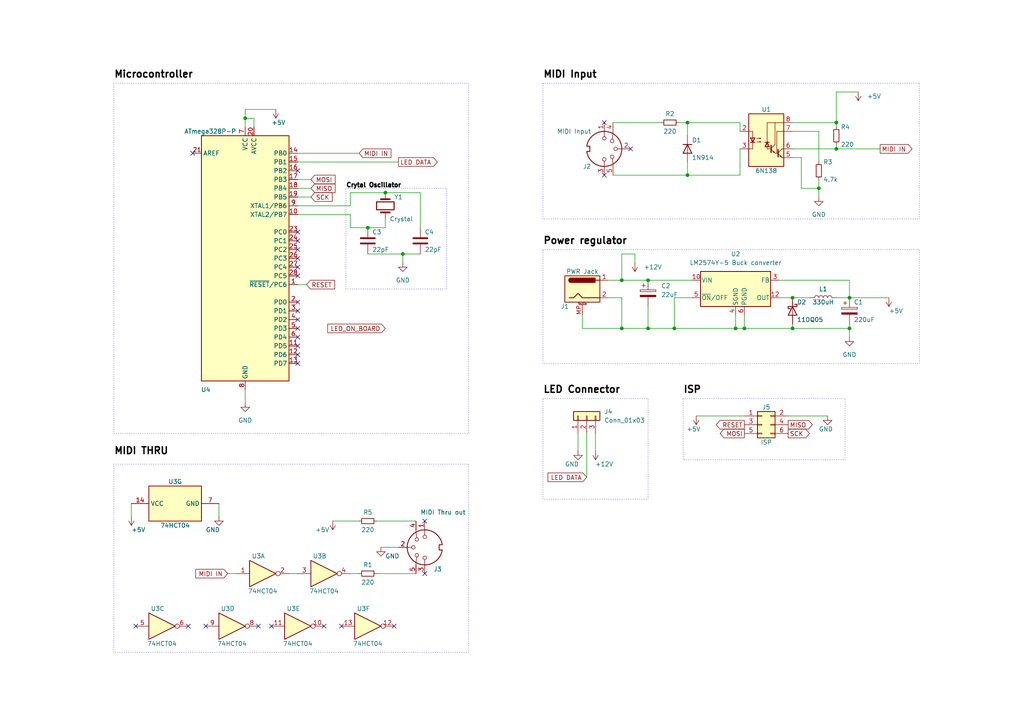
<source format=kicad_sch>
(kicad_sch (version 20230121) (generator eeschema)
  (paper "A4")
  (title_block (title "MIDI Visualiser") (date "2023-10-22") (rev "0.2") (comment 2 "Maksim Eremenko") (comment 3 "Vagarth Gaurav") (comment 4 "Authors:"))
  (lib_symbols
    (symbol "74xx:74HCT04"
      (property "Reference" "U" (at 0 1.27 0))
      (property "Value" "74HCT04" (at 0 -1.27 0))
      (symbol "74HCT04_1_0"
        (polyline (pts (xy -3.81 3.81) (xy -3.81 -3.81) (xy 3.81 0) (xy -3.81 3.81)) (stroke (width 0.254)) (fill (type background)))
        (pin input line (at -7.62 0 0) (length 3.81) (name "~") (number "1"))
        (pin output inverted (at 7.62 0 180) (length 3.81) (name "~") (number "2"))
      )
      (symbol "74HCT04_2_0"
        (polyline (pts (xy -3.81 3.81) (xy -3.81 -3.81) (xy 3.81 0) (xy -3.81 3.81)) (stroke (width 0.254)) (fill (type background)))
        (pin input line (at -7.62 0 0) (length 3.81) (name "~") (number "3"))
        (pin output inverted (at 7.62 0 180) (length 3.81) (name "~") (number "4"))
      )
      (symbol "74HCT04_3_0"
        (polyline (pts (xy -3.81 3.81) (xy -3.81 -3.81) (xy 3.81 0) (xy -3.81 3.81)) (stroke (width 0.254)) (fill (type background)))
        (pin input line (at -7.62 0 0) (length 3.81) (name "~") (number "5"))
        (pin output inverted (at 7.62 0 180) (length 3.81) (name "~") (number "6"))
      )
      (symbol "74HCT04_4_0"
        (polyline (pts (xy -3.81 3.81) (xy -3.81 -3.81) (xy 3.81 0) (xy -3.81 3.81)) (stroke (width 0.254)) (fill (type background)))
        (pin output inverted (at 7.62 0 180) (length 3.81) (name "~") (number "8"))
        (pin input line (at -7.62 0 0) (length 3.81) (name "~") (number "9"))
      )
      (symbol "74HCT04_5_0"
        (polyline (pts (xy -3.81 3.81) (xy -3.81 -3.81) (xy 3.81 0) (xy -3.81 3.81)) (stroke (width 0.254)) (fill (type background)))
        (pin output inverted (at 7.62 0 180) (length 3.81) (name "~") (number "10"))
        (pin input line (at -7.62 0 0) (length 3.81) (name "~") (number "11"))
      )
      (symbol "74HCT04_6_0"
        (polyline (pts (xy -3.81 3.81) (xy -3.81 -3.81) (xy 3.81 0) (xy -3.81 3.81)) (stroke (width 0.254)) (fill (type background)))
        (pin output inverted (at 7.62 0 180) (length 3.81) (name "~") (number "12"))
        (pin input line (at -7.62 0 0) (length 3.81) (name "~") (number "13"))
      )
      (symbol "74HCT04_7_0"
        (pin power_in line (at 0 12.7 270) (length 5.08) (name "VCC") (number "14"))
        (pin power_in line (at 0 -12.7 90) (length 5.08) (name "GND") (number "7"))
      )
      (symbol "74HCT04_7_1"
        (rectangle (start -5.08 7.62) (end 5.08 -7.62) (stroke (width 0.254)) (fill (type background)))
      )
    )
    (symbol "Connector:Barrel_Jack_MountingPin" (pin_names hide)
      (property "Reference" "J" (at 0 5.334 0))
      (property "Value" "Barrel_Jack_MountingPin" (at 1.27 -6.35 0))
      (symbol "Barrel_Jack_MountingPin_0_1"
        (rectangle (start -5.08 3.81) (end 5.08 -3.81) (stroke (width 0.254)) (fill (type background)))
        (arc (start -3.302 3.175) (mid -3.9343 2.54) (end -3.302 1.905) (stroke (width 0.254)))
        (arc (start -3.302 3.175) (mid -3.9343 2.54) (end -3.302 1.905) (stroke (width 0.254)) (fill (type outline)))
        (polyline (pts (xy 5.08 2.54) (xy 3.81 2.54)) (stroke (width 0.254)))
        (polyline (pts (xy -3.81 -2.54) (xy -2.54 -2.54) (xy -1.27 -1.27) (xy 0 -2.54) (xy 2.54 -2.54) (xy 5.08 -2.54)) (stroke (width 0.254)))
        (rectangle (start 3.683 3.175) (end -3.302 1.905) (stroke (width 0.254)) (fill (type outline)))
      )
      (symbol "Barrel_Jack_MountingPin_1_1"
        (polyline (pts (xy -1.016 -4.572) (xy 1.016 -4.572)) (stroke (width 0.1524)))
        (text "Mounting" (at 0 -4.191 0) (effects (font (size 0.381 0.381))))
        (pin passive line (at 7.62 2.54 180) (length 2.54) (name "~") (number "1"))
        (pin passive line (at 7.62 -2.54 180) (length 2.54) (name "~") (number "2"))
        (pin passive line (at 0 -7.62 90) (length 3.048) (name "MountPin") (number "MP"))
      )
    )
    (symbol "Connector:DIN-5_180degree" (pin_names (offset 1.016))
      (property "Reference" "J" (at 3.175 5.715 0))
      (property "Value" "DIN-5_180degree" (at 0 -6.35 0))
      (symbol "DIN-5_180degree_0_1"
        (arc (start -5.08 0) (mid -3.8609 -3.3364) (end -0.762 -5.08) (stroke (width 0.254)))
        (circle (center -3.048 0) (radius 0.508))
        (circle (center -2.286 2.286) (radius 0.508))
        (polyline (pts (xy -5.08 0) (xy -3.556 0)))
        (polyline (pts (xy 0 5.08) (xy 0 3.81)))
        (polyline (pts (xy 5.08 0) (xy 3.556 0)))
        (polyline (pts (xy -5.08 2.54) (xy -4.318 2.54) (xy -2.794 2.286)))
        (polyline (pts (xy 5.08 2.54) (xy 4.318 2.54) (xy 2.794 2.286)))
        (polyline (pts (xy -0.762 -4.953) (xy -0.762 -4.191) (xy 0.762 -4.191) (xy 0.762 -4.953)) (stroke (width 0.254)))
        (circle (center 0 3.302) (radius 0.508))
        (arc (start 0.762 -5.08) (mid 3.8685 -3.343) (end 5.08 0) (stroke (width 0.254)))
        (circle (center 2.286 2.286) (radius 0.508))
        (circle (center 3.048 0) (radius 0.508))
        (arc (start 5.08 0) (mid 0 5.0579) (end -5.08 0) (stroke (width 0.254)))
      )
      (symbol "DIN-5_180degree_1_1"
        (pin passive line (at -7.62 0 0) (length 2.54) (name "~") (number "1"))
        (pin passive line (at 0 7.62 270) (length 2.54) (name "~") (number "2"))
        (pin passive line (at 7.62 0 180) (length 2.54) (name "~") (number "3"))
        (pin passive line (at -7.62 2.54 0) (length 2.54) (name "~") (number "4"))
        (pin passive line (at 7.62 2.54 180) (length 2.54) (name "~") (number "5"))
      )
    )
    (symbol "Connector_Generic:Conn_01x03" (pin_names (offset 1.016) hide)
      (property "Reference" "J" (at 0 5.08 0))
      (property "Value" "Conn_01x03" (at 0 -5.08 0))
      (symbol "Conn_01x03_1_1"
        (rectangle (start -1.27 -2.413) (end 0 -2.667) (stroke (width 0.1524)))
        (rectangle (start -1.27 0.127) (end 0 -0.127) (stroke (width 0.1524)))
        (rectangle (start -1.27 2.667) (end 0 2.413) (stroke (width 0.1524)))
        (rectangle (start -1.27 3.81) (end 1.27 -3.81) (stroke (width 0.254)) (fill (type background)))
        (pin passive line (at -5.08 2.54 0) (length 3.81) (name "Pin_1") (number "1"))
        (pin passive line (at -5.08 0 0) (length 3.81) (name "Pin_2") (number "2"))
        (pin passive line (at -5.08 -2.54 0) (length 3.81) (name "Pin_3") (number "3"))
      )
    )
    (symbol "Connector_Generic:Conn_02x03_Odd_Even" (pin_names (offset 1.016) hide)
      (property "Reference" "J" (at 1.27 5.08 0))
      (property "Value" "Conn_02x03_Odd_Even" (at 1.27 -5.08 0))
      (symbol "Conn_02x03_Odd_Even_1_1"
        (rectangle (start -1.27 -2.413) (end 0 -2.667) (stroke (width 0.1524)))
        (rectangle (start -1.27 0.127) (end 0 -0.127) (stroke (width 0.1524)))
        (rectangle (start -1.27 2.667) (end 0 2.413) (stroke (width 0.1524)))
        (rectangle (start -1.27 3.81) (end 3.81 -3.81) (stroke (width 0.254)) (fill (type background)))
        (rectangle (start 3.81 -2.413) (end 2.54 -2.667) (stroke (width 0.1524)))
        (rectangle (start 3.81 0.127) (end 2.54 -0.127) (stroke (width 0.1524)))
        (rectangle (start 3.81 2.667) (end 2.54 2.413) (stroke (width 0.1524)))
        (pin passive line (at -5.08 2.54 0) (length 3.81) (name "Pin_1") (number "1"))
        (pin passive line (at 7.62 2.54 180) (length 3.81) (name "Pin_2") (number "2"))
        (pin passive line (at -5.08 0 0) (length 3.81) (name "Pin_3") (number "3"))
        (pin passive line (at 7.62 0 180) (length 3.81) (name "Pin_4") (number "4"))
        (pin passive line (at -5.08 -2.54 0) (length 3.81) (name "Pin_5") (number "5"))
        (pin passive line (at 7.62 -2.54 180) (length 3.81) (name "Pin_6") (number "6"))
      )
    )
    (symbol "Device:C" (pin_numbers hide) (pin_names (offset 0.254))
      (property "Reference" "C" (at 0.635 2.54 0))
      (property "Value" "C" (at 0.635 -2.54 0))
      (symbol "C_0_1"
        (polyline (pts (xy -2.032 -0.762) (xy 2.032 -0.762)) (stroke (width 0.508)))
        (polyline (pts (xy -2.032 0.762) (xy 2.032 0.762)) (stroke (width 0.508)))
      )
      (symbol "C_1_1"
        (pin passive line (at 0 3.81 270) (length 2.794) (name "~") (number "1"))
        (pin passive line (at 0 -3.81 90) (length 2.794) (name "~") (number "2"))
      )
    )
    (symbol "Device:C_Polarized" (pin_numbers hide) (pin_names (offset 0.254))
      (property "Reference" "C" (at 0.635 2.54 0))
      (property "Value" "C_Polarized" (at 0.635 -2.54 0))
      (symbol "C_Polarized_0_1"
        (rectangle (start -2.286 0.508) (end 2.286 1.016))
        (polyline (pts (xy -1.778 2.286) (xy -0.762 2.286)))
        (polyline (pts (xy -1.27 2.794) (xy -1.27 1.778)))
        (rectangle (start 2.286 -0.508) (end -2.286 -1.016) (fill (type outline)))
      )
      (symbol "C_Polarized_1_1"
        (pin passive line (at 0 3.81 270) (length 2.794) (name "~") (number "1"))
        (pin passive line (at 0 -3.81 90) (length 2.794) (name "~") (number "2"))
      )
    )
    (symbol "Device:Crystal" (pin_numbers hide) (pin_names (offset 1.016) hide)
      (property "Reference" "Y" (at 0 3.81 0))
      (property "Value" "Crystal" (at 0 -3.81 0))
      (symbol "Crystal_0_1"
        (rectangle (start -1.143 2.54) (end 1.143 -2.54) (stroke (width 0.3048)))
        (polyline (pts (xy -2.54 0) (xy -1.905 0)))
        (polyline (pts (xy -1.905 -1.27) (xy -1.905 1.27)) (stroke (width 0.508)))
        (polyline (pts (xy 1.905 -1.27) (xy 1.905 1.27)) (stroke (width 0.508)))
        (polyline (pts (xy 2.54 0) (xy 1.905 0)))
      )
      (symbol "Crystal_1_1"
        (pin passive line (at -3.81 0 0) (length 1.27) (name "1") (number "1"))
        (pin passive line (at 3.81 0 180) (length 1.27) (name "2") (number "2"))
      )
    )
    (symbol "Device:D_Schottky" (pin_numbers hide) (pin_names (offset 1.016) hide)
      (property "Reference" "D" (at 0 2.54 0))
      (property "Value" "D_Schottky" (at 0 -2.54 0))
      (symbol "D_Schottky_0_1"
        (polyline (pts (xy 1.27 0) (xy -1.27 0)))
        (polyline (pts (xy 1.27 1.27) (xy 1.27 -1.27) (xy -1.27 0) (xy 1.27 1.27)) (stroke (width 0.254)))
        (polyline (pts (xy -1.905 0.635) (xy -1.905 1.27) (xy -1.27 1.27) (xy -1.27 -1.27) (xy -0.635 -1.27) (xy -0.635 -0.635)) (stroke (width 0.254)))
      )
      (symbol "D_Schottky_1_1"
        (pin passive line (at -3.81 0 0) (length 2.54) (name "K") (number "1"))
        (pin passive line (at 3.81 0 180) (length 2.54) (name "A") (number "2"))
      )
    )
    (symbol "Device:L" (pin_numbers hide) (pin_names (offset 1.016) hide)
      (property "Reference" "L" (at -1.27 0 90))
      (property "Value" "L" (at 1.905 0 90))
      (symbol "L_0_1"
        (arc (start 0 -2.54) (mid 0.6323 -1.905) (end 0 -1.27))
        (arc (start 0 -1.27) (mid 0.6323 -0.635) (end 0 0))
        (arc (start 0 0) (mid 0.6323 0.635) (end 0 1.27))
        (arc (start 0 1.27) (mid 0.6323 1.905) (end 0 2.54))
      )
      (symbol "L_1_1"
        (pin passive line (at 0 3.81 270) (length 1.27) (name "1") (number "1"))
        (pin passive line (at 0 -3.81 90) (length 1.27) (name "2") (number "2"))
      )
    )
    (symbol "Device:R_Small" (pin_numbers hide) (pin_names (offset 0.254) hide)
      (property "Reference" "R" (at 0.762 0.508 0))
      (property "Value" "R_Small" (at 0.762 -1.016 0))
      (symbol "R_Small_0_1"
        (rectangle (start -0.762 1.778) (end 0.762 -1.778) (stroke (width 0.2032)))
      )
      (symbol "R_Small_1_1"
        (pin passive line (at 0 2.54 270) (length 0.762) (name "~") (number "1"))
        (pin passive line (at 0 -2.54 90) (length 0.762) (name "~") (number "2"))
      )
    )
    (symbol "Diode:1N914" (pin_numbers hide) (pin_names hide)
      (property "Reference" "D" (at 0 2.54 0))
      (property "Value" "1N914" (at 0 -2.54 0))
      (symbol "1N914_0_1"
        (polyline (pts (xy -1.27 1.27) (xy -1.27 -1.27)) (stroke (width 0.254)))
        (polyline (pts (xy 1.27 0) (xy -1.27 0)))
        (polyline (pts (xy 1.27 1.27) (xy 1.27 -1.27) (xy -1.27 0) (xy 1.27 1.27)) (stroke (width 0.254)))
      )
      (symbol "1N914_1_1"
        (pin passive line (at -3.81 0 0) (length 2.54) (name "K") (number "1"))
        (pin passive line (at 3.81 0 180) (length 2.54) (name "A") (number "2"))
      )
    )
    (symbol "Isolator:6N138" (pin_names (offset 1.016) hide)
      (property "Reference" "U" (at -4.064 8.89 0))
      (property "Value" "6N138" (at 2.286 8.89 0))
      (symbol "6N138_0_1"
        (rectangle (start -5.08 7.62) (end 5.08 -7.62) (stroke (width 0.254)) (fill (type background)))
        (polyline (pts (xy -4.572 -0.635) (xy -3.302 -0.635)) (stroke (width 0.254)))
        (polyline (pts (xy 0.889 -0.635) (xy -0.381 -0.635)) (stroke (width 0.254)))
        (polyline (pts (xy 1.397 -2.667) (xy 2.54 -3.81)))
        (polyline (pts (xy 1.397 -2.413) (xy 2.54 -1.27)))
        (polyline (pts (xy 2.54 -3.81) (xy 3.175 -3.81)))
        (polyline (pts (xy 3.429 -3.937) (xy 4.572 -5.08)))
        (polyline (pts (xy 3.429 -3.683) (xy 4.572 -2.54)))
        (polyline (pts (xy 4.572 -5.08) (xy 5.08 -5.08)))
        (polyline (pts (xy 4.572 -2.54) (xy 5.08 -2.54)))
        (polyline (pts (xy 1.397 -1.524) (xy 1.397 -3.556) (xy 1.397 -3.556)) (stroke (width 0.3556)))
        (polyline (pts (xy 2.54 -1.27) (xy 2.54 5.08) (xy 5.08 5.08)))
        (polyline (pts (xy 3.429 -2.794) (xy 3.429 -4.826) (xy 3.429 -4.826)) (stroke (width 0.3556)))
        (polyline (pts (xy 5.08 2.54) (xy 3.048 2.54) (xy 3.048 -3.81)))
        (polyline (pts (xy -5.08 -2.54) (xy -3.937 -2.54) (xy -3.937 2.54) (xy -5.08 2.54)))
        (polyline (pts (xy -3.937 -0.635) (xy -4.572 0.635) (xy -3.302 0.635) (xy -3.937 -0.635)) (stroke (width 0.254)))
        (polyline (pts (xy 0.254 -0.635) (xy 0.889 -1.905) (xy -0.381 -1.905) (xy 0.254 -0.635)) (stroke (width 0.254)))
        (polyline (pts (xy 1.27 -2.54) (xy 0.254 -2.54) (xy 0.254 5.08) (xy 2.54 5.08)))
        (polyline (pts (xy 2.413 -3.683) (xy 2.159 -3.175) (xy 1.905 -3.429) (xy 2.413 -3.683)))
        (polyline (pts (xy 4.445 -4.953) (xy 4.191 -4.445) (xy 3.937 -4.699) (xy 4.445 -4.953)))
        (polyline (pts (xy -2.794 -0.508) (xy -1.524 -0.508) (xy -1.905 -0.635) (xy -1.905 -0.381) (xy -1.524 -0.508)))
        (polyline (pts (xy -2.794 0.508) (xy -1.524 0.508) (xy -1.905 0.381) (xy -1.905 0.635) (xy -1.524 0.508)))
      )
      (symbol "6N138_1_1"
        (pin no_connect line (at -5.08 5.08 0) (length 2.54) hide (name "NC") (number "1"))
        (pin passive line (at -7.62 2.54 0) (length 2.54) (name "C1") (number "2"))
        (pin passive line (at -7.62 -2.54 0) (length 2.54) (name "C2") (number "3"))
        (pin no_connect line (at -5.08 -5.08 0) (length 2.54) hide (name "NC") (number "4"))
        (pin passive line (at 7.62 -5.08 180) (length 2.54) (name "GND") (number "5"))
        (pin passive line (at 7.62 -2.54 180) (length 2.54) (name "VO2") (number "6"))
        (pin passive line (at 7.62 2.54 180) (length 2.54) (name "VO1") (number "7"))
        (pin passive line (at 7.62 5.08 180) (length 2.54) (name "VCC") (number "8"))
      )
    )
    (symbol "LED:WS2812B" (pin_names (offset 0.254))
      (property "Reference" "D" (at 5.08 5.715 0))
      (property "Value" "WS2812B" (at 1.27 -5.715 0))
      (symbol "WS2812B_0_0"
        (text "RGB" (at 2.286 -4.191 0) (effects (font (size 0.762 0.762))))
      )
      (symbol "WS2812B_0_1"
        (polyline (pts (xy 1.27 -3.556) (xy 1.778 -3.556)))
        (polyline (pts (xy 1.27 -2.54) (xy 1.778 -2.54)))
        (polyline (pts (xy 4.699 -3.556) (xy 2.667 -3.556)))
        (polyline (pts (xy 2.286 -2.54) (xy 1.27 -3.556) (xy 1.27 -3.048)))
        (polyline (pts (xy 2.286 -1.524) (xy 1.27 -2.54) (xy 1.27 -2.032)))
        (polyline (pts (xy 3.683 -1.016) (xy 3.683 -3.556) (xy 3.683 -4.064)))
        (polyline (pts (xy 4.699 -1.524) (xy 2.667 -1.524) (xy 3.683 -3.556) (xy 4.699 -1.524)))
        (rectangle (start 5.08 5.08) (end -5.08 -5.08) (stroke (width 0.254)) (fill (type background)))
      )
      (symbol "WS2812B_1_1"
        (pin power_in line (at 0 7.62 270) (length 2.54) (name "VDD") (number "1"))
        (pin output line (at 7.62 0 180) (length 2.54) (name "DOUT") (number "2"))
        (pin power_in line (at 0 -7.62 90) (length 2.54) (name "VSS") (number "3"))
        (pin input line (at -7.62 0 0) (length 2.54) (name "DIN") (number "4"))
      )
    )
    (symbol "MCU_Microchip_ATmega:ATmega328P-P"
      (property "Reference" "U" (at -12.7 36.83 0))
      (property "Value" "ATmega328P-P" (at 2.54 -36.83 0))
      (symbol "ATmega328P-P_0_1"
        (rectangle (start -12.7 -35.56) (end 12.7 35.56) (stroke (width 0.254)) (fill (type background)))
      )
      (symbol "ATmega328P-P_1_1"
        (pin bidirectional line (at 15.24 -7.62 180) (length 2.54) (name "~{RESET}/PC6") (number "1"))
        (pin bidirectional line (at 15.24 12.7 180) (length 2.54) (name "XTAL2/PB7") (number "10"))
        (pin bidirectional line (at 15.24 -25.4 180) (length 2.54) (name "PD5") (number "11"))
        (pin bidirectional line (at 15.24 -27.94 180) (length 2.54) (name "PD6") (number "12"))
        (pin bidirectional line (at 15.24 -30.48 180) (length 2.54) (name "PD7") (number "13"))
        (pin bidirectional line (at 15.24 30.48 180) (length 2.54) (name "PB0") (number "14"))
        (pin bidirectional line (at 15.24 27.94 180) (length 2.54) (name "PB1") (number "15"))
        (pin bidirectional line (at 15.24 25.4 180) (length 2.54) (name "PB2") (number "16"))
        (pin bidirectional line (at 15.24 22.86 180) (length 2.54) (name "PB3") (number "17"))
        (pin bidirectional line (at 15.24 20.32 180) (length 2.54) (name "PB4") (number "18"))
        (pin bidirectional line (at 15.24 17.78 180) (length 2.54) (name "PB5") (number "19"))
        (pin bidirectional line (at 15.24 -12.7 180) (length 2.54) (name "PD0") (number "2"))
        (pin power_in line (at 2.54 38.1 270) (length 2.54) (name "AVCC") (number "20"))
        (pin passive line (at -15.24 30.48 0) (length 2.54) (name "AREF") (number "21"))
        (pin passive line (at 0 -38.1 90) (length 2.54) hide (name "GND") (number "22"))
        (pin bidirectional line (at 15.24 7.62 180) (length 2.54) (name "PC0") (number "23"))
        (pin bidirectional line (at 15.24 5.08 180) (length 2.54) (name "PC1") (number "24"))
        (pin bidirectional line (at 15.24 2.54 180) (length 2.54) (name "PC2") (number "25"))
        (pin bidirectional line (at 15.24 0 180) (length 2.54) (name "PC3") (number "26"))
        (pin bidirectional line (at 15.24 -2.54 180) (length 2.54) (name "PC4") (number "27"))
        (pin bidirectional line (at 15.24 -5.08 180) (length 2.54) (name "PC5") (number "28"))
        (pin bidirectional line (at 15.24 -15.24 180) (length 2.54) (name "PD1") (number "3"))
        (pin bidirectional line (at 15.24 -17.78 180) (length 2.54) (name "PD2") (number "4"))
        (pin bidirectional line (at 15.24 -20.32 180) (length 2.54) (name "PD3") (number "5"))
        (pin bidirectional line (at 15.24 -22.86 180) (length 2.54) (name "PD4") (number "6"))
        (pin power_in line (at 0 38.1 270) (length 2.54) (name "VCC") (number "7"))
        (pin power_in line (at 0 -38.1 90) (length 2.54) (name "GND") (number "8"))
        (pin bidirectional line (at 15.24 15.24 180) (length 2.54) (name "XTAL1/PB6") (number "9"))
      )
    )
    (symbol "Regulator_Switching:LM2574M-5" (pin_names (offset 0.254))
      (property "Reference" "U" (at -10.16 6.35 0))
      (property "Value" "LM2574M-5" (at -5.08 6.35 0))
      (symbol "LM2574M-5_0_1"
        (rectangle (start -10.16 5.08) (end 10.16 -5.08) (stroke (width 0.254)) (fill (type background)))
      )
      (symbol "LM2574M-5_1_1"
        (pin power_in line (at -12.7 2.54 0) (length 2.54) (name "VIN") (number "10"))
        (pin output line (at 12.7 -2.54 180) (length 2.54) (name "OUT") (number "12"))
        (pin input line (at 12.7 2.54 180) (length 2.54) (name "FB") (number "3"))
        (pin power_in line (at 0 -7.62 90) (length 2.54) (name "SGND") (number "4"))
        (pin input line (at -12.7 -2.54 0) (length 2.54) (name "~{ON}/OFF") (number "5"))
        (pin power_in line (at 2.54 -7.62 90) (length 2.54) (name "PGND") (number "6"))
      )
    )
    (symbol "power:+12V" (power) (pin_names (offset 0))
      (property "Value" "+12V" (at 0 3.556 0))
      (symbol "+12V_0_1"
        (polyline (pts (xy -0.762 1.27) (xy 0 2.54)))
        (polyline (pts (xy 0 0) (xy 0 2.54)))
        (polyline (pts (xy 0 2.54) (xy 0.762 1.27)))
      )
      (symbol "+12V_1_1"
        (pin power_in line (at 0 0 90) (length 0) hide (name "+12V") (number "1"))
      )
    )
    (symbol "power:+5V" (power) (pin_names (offset 0))
      (property "Value" "+5V" (at 0 3.556 0))
      (symbol "+5V_0_1"
        (polyline (pts (xy -0.762 1.27) (xy 0 2.54)))
        (polyline (pts (xy 0 0) (xy 0 2.54)))
        (polyline (pts (xy 0 2.54) (xy 0.762 1.27)))
      )
      (symbol "+5V_1_1"
        (pin power_in line (at 0 0 90) (length 0) hide (name "+5V") (number "1"))
      )
    )
    (symbol "power:GND" (power) (pin_names (offset 0))
      (property "Value" "GND" (at 0 -3.81 0))
      (symbol "GND_0_1"
        (polyline (pts (xy 0 0) (xy 0 -1.27) (xy 1.27 -1.27) (xy 0 -2.54) (xy -1.27 -1.27) (xy 0 -1.27)))
      )
      (symbol "GND_1_1"
        (pin power_in line (at 0 0 270) (length 0) hide (name "GND") (number "1"))
      )
    )
  )
  (junction (at 436.88 64.77))
  (junction (at 180.34 95.25))
  (junction (at 462.28 95.25))
  (junction (at 180.34 81.28))
  (junction (at 469.9 102.87))
  (junction (at 237.49 54.61))
  (junction (at 462.28 64.77))
  (junction (at 426.72 64.77))
  (junction (at 242.57 43.18))
  (junction (at 229.87 95.25))
  (junction (at 229.87 86.36))
  (junction (at 199.39 50.8))
  (junction (at 187.96 81.28))
  (junction (at 187.96 95.25))
  (junction (at 419.1 43.18))
  (junction (at 444.5 57.15))
  (junction (at 469.9 87.63))
  (junction (at 246.38 86.36))
  (junction (at 436.88 95.25))
  (junction (at 477.52 64.77))
  (junction (at 419.1 102.87))
  (junction (at 426.72 35.56))
  (junction (at 452.12 35.56))
  (junction (at 477.52 35.56))
  (junction (at 444.5 72.39))
  (junction (at 419.1 87.63))
  (junction (at 106.68 66.04))
  (junction (at 111.76 55.88))
  (junction (at 426.72 95.25))
  (junction (at 495.3 27.94))
  (junction (at 116.84 73.66))
  (junction (at 495.3 87.63))
  (junction (at 242.57 35.56))
  (junction (at 462.28 35.56))
  (junction (at 469.9 43.18))
  (junction (at 411.48 35.56))
  (junction (at 195.58 95.25))
  (junction (at 495.3 57.15))
  (junction (at 444.5 27.94))
  (junction (at 495.3 43.18))
  (junction (at 419.1 27.94))
  (junction (at 444.5 43.18))
  (junction (at 469.9 27.94))
  (junction (at 436.88 35.56))
  (junction (at 444.5 102.87))
  (junction (at 469.9 72.39))
  (junction (at 411.48 64.77))
  (junction (at 215.9 95.25))
  (junction (at 495.3 102.87))
  (junction (at 411.48 95.25))
  (junction (at 71.12 34.29))
  (junction (at 419.1 57.15))
  (junction (at 495.3 72.39))
  (junction (at 469.9 57.15))
  (junction (at 246.38 95.25))
  (junction (at 452.12 95.25))
  (junction (at 199.39 35.56))
  (junction (at 213.36 95.25))
  (junction (at 444.5 87.63))
  (junction (at 452.12 64.77))
  (junction (at 419.1 72.39))
  (junction (at 477.52 95.25))
  (no_connect (at 99.06 181.61))
  (no_connect (at 86.36 77.47))
  (no_connect (at 55.88 44.45))
  (no_connect (at 86.36 67.31))
  (no_connect (at 93.98 181.61))
  (no_connect (at 86.36 102.87))
  (no_connect (at 123.19 166.37))
  (no_connect (at 86.36 80.01))
  (no_connect (at 123.19 151.13))
  (no_connect (at 86.36 92.71))
  (no_connect (at 182.88 43.18))
  (no_connect (at 175.26 35.56))
  (no_connect (at 59.69 181.61))
  (no_connect (at 54.61 181.61))
  (no_connect (at 86.36 95.25))
  (no_connect (at 86.36 97.79))
  (no_connect (at 86.36 90.17))
  (no_connect (at 86.36 74.93))
  (no_connect (at 86.36 105.41))
  (no_connect (at 86.36 87.63))
  (no_connect (at 78.74 181.61))
  (no_connect (at 74.93 181.61))
  (no_connect (at 175.26 50.8))
  (no_connect (at 86.36 100.33))
  (no_connect (at 39.37 181.61))
  (no_connect (at 114.3 181.61))
  (no_connect (at 86.36 69.85))
  (no_connect (at 86.36 72.39))
  (no_connect (at 86.36 49.53))
  (wire (pts (xy 426.72 64.77) (xy 436.88 64.77)))
  (wire (pts (xy 109.22 151.13) (xy 120.65 151.13)))
  (wire (pts (xy 199.39 46.99) (xy 199.39 50.8)))
  (wire (pts (xy 71.12 31.75) (xy 80.01 31.75)))
  (wire (pts (xy 393.7 27.94) (xy 419.1 27.94)))
  (wire (pts (xy 232.41 54.61) (xy 237.49 54.61)))
  (wire (pts (xy 101.6 62.23) (xy 86.36 62.23)))
  (wire (pts (xy 469.9 57.15) (xy 495.3 57.15)))
  (wire (pts (xy 495.3 57.15) (xy 520.7 57.15)))
  (wire (pts (xy 242.57 26.67) (xy 242.57 35.56)))
  (wire (pts (xy 214.63 50.8) (xy 214.63 43.18)))
  (wire (pts (xy 452.12 35.56) (xy 462.28 35.56)))
  (wire (pts (xy 242.57 43.18) (xy 255.27 43.18)))
  (wire (pts (xy 242.57 41.91) (xy 242.57 43.18)))
  (wire (pts (xy 199.39 35.56) (xy 214.63 35.56)))
  (wire (pts (xy 180.34 86.36) (xy 180.34 95.25)))
  (wire (pts (xy 246.38 81.28) (xy 246.38 86.36)))
  (wire (pts (xy 401.32 95.25) (xy 411.48 95.25)))
  (wire (pts (xy 101.6 66.04) (xy 101.6 62.23)))
  (wire (pts (xy 469.9 87.63) (xy 495.3 87.63)))
  (wire (pts (xy 462.28 95.25) (xy 477.52 95.25)))
  (wire (pts (xy 242.57 35.56) (xy 242.57 36.83)))
  (wire (pts (xy 237.49 54.61) (xy 237.49 57.15)))
  (wire (pts (xy 71.12 31.75) (xy 71.12 34.29)))
  (wire (pts (xy 229.87 86.36) (xy 234.95 86.36)))
  (wire (pts (xy 229.87 93.98) (xy 229.87 95.25)))
  (wire (pts (xy 444.5 57.15) (xy 469.9 57.15)))
  (wire (pts (xy 213.36 95.25) (xy 215.9 95.25)))
  (wire (pts (xy 469.9 43.18) (xy 495.3 43.18)))
  (wire (pts (xy 462.28 35.56) (xy 477.52 35.56)))
  (wire (pts (xy 477.52 35.56) (xy 487.68 35.56)))
  (wire (pts (xy 246.38 86.36) (xy 257.81 86.36)))
  (wire (pts (xy 116.84 73.66) (xy 121.92 73.66)))
  (wire (pts (xy 452.12 95.25) (xy 462.28 95.25)))
  (wire (pts (xy 180.34 73.66) (xy 184.15 73.66)))
  (wire (pts (xy 86.36 46.99) (xy 115.57 46.99)))
  (wire (pts (xy 121.92 55.88) (xy 121.92 66.04)))
  (wire (pts (xy 180.34 95.25) (xy 187.96 95.25)))
  (wire (pts (xy 176.53 86.36) (xy 180.34 86.36)))
  (wire (pts (xy 229.87 45.72) (xy 232.41 45.72)))
  (wire (pts (xy 469.9 102.87) (xy 495.3 102.87)))
  (wire (pts (xy 520.7 27.94) (xy 520.7 31.75)))
  (wire (pts (xy 214.63 35.56) (xy 214.63 38.1)))
  (wire (pts (xy 520.7 102.87) (xy 520.7 105.41)))
  (wire (pts (xy 177.8 50.8) (xy 199.39 50.8)))
  (wire (pts (xy 237.49 38.1) (xy 237.49 46.99)))
  (wire (pts (xy 177.8 35.56) (xy 191.77 35.56)))
  (wire (pts (xy 170.18 125.73) (xy 170.18 138.43)))
  (wire (pts (xy 101.6 166.37) (xy 104.14 166.37)))
  (wire (pts (xy 229.87 35.56) (xy 242.57 35.56)))
  (wire (pts (xy 411.48 95.25) (xy 426.72 95.25)))
  (wire (pts (xy 116.84 73.66) (xy 116.84 76.2)))
  (wire (pts (xy 184.15 73.66) (xy 184.15 76.2)))
  (wire (pts (xy 71.12 34.29) (xy 71.12 36.83)))
  (wire (pts (xy 199.39 35.56) (xy 199.39 39.37)))
  (wire (pts (xy 109.22 166.37) (xy 120.65 166.37)))
  (wire (pts (xy 495.3 43.18) (xy 520.7 43.18)))
  (wire (pts (xy 229.87 43.18) (xy 242.57 43.18)))
  (wire (pts (xy 444.5 102.87) (xy 469.9 102.87)))
  (wire (pts (xy 38.1 146.05) (xy 38.1 149.86)))
  (wire (pts (xy 411.48 35.56) (xy 426.72 35.56)))
  (wire (pts (xy 495.3 87.63) (xy 520.7 87.63)))
  (wire (pts (xy 187.96 95.25) (xy 195.58 95.25)))
  (wire (pts (xy 90.17 57.15) (xy 86.36 57.15)))
  (wire (pts (xy 237.49 52.07) (xy 237.49 54.61)))
  (wire (pts (xy 172.72 125.73) (xy 172.72 130.81)))
  (wire (pts (xy 469.9 72.39) (xy 495.3 72.39)))
  (wire (pts (xy 436.88 95.25) (xy 452.12 95.25)))
  (wire (pts (xy 520.7 87.63) (xy 520.7 91.44)))
  (wire (pts (xy 215.9 91.44) (xy 215.9 95.25)))
  (wire (pts (xy 215.9 95.25) (xy 229.87 95.25)))
  (wire (pts (xy 106.68 66.04) (xy 101.6 66.04)))
  (wire (pts (xy 426.72 95.25) (xy 436.88 95.25)))
  (wire (pts (xy 226.06 86.36) (xy 229.87 86.36)))
  (wire (pts (xy 411.48 64.77) (xy 426.72 64.77)))
  (wire (pts (xy 393.7 102.87) (xy 419.1 102.87)))
  (wire (pts (xy 393.7 87.63) (xy 419.1 87.63)))
  (wire (pts (xy 71.12 113.03) (xy 71.12 116.84)))
  (wire (pts (xy 90.17 54.61) (xy 86.36 54.61)))
  (wire (pts (xy 63.5 146.05) (xy 63.5 149.86)))
  (wire (pts (xy 419.1 102.87) (xy 444.5 102.87)))
  (wire (pts (xy 436.88 35.56) (xy 452.12 35.56)))
  (wire (pts (xy 401.32 35.56) (xy 411.48 35.56)))
  (wire (pts (xy 195.58 95.25) (xy 213.36 95.25)))
  (wire (pts (xy 187.96 88.9) (xy 187.96 95.25)))
  (wire (pts (xy 495.3 72.39) (xy 520.7 72.39)))
  (wire (pts (xy 246.38 95.25) (xy 246.38 97.79)))
  (wire (pts (xy 88.9 82.55) (xy 86.36 82.55)))
  (wire (pts (xy 86.36 44.45) (xy 104.14 44.45)))
  (wire (pts (xy 101.6 55.88) (xy 111.76 55.88)))
  (wire (pts (xy 167.64 125.73) (xy 167.64 130.81)))
  (wire (pts (xy 176.53 81.28) (xy 180.34 81.28)))
  (wire (pts (xy 444.5 87.63) (xy 469.9 87.63)))
  (wire (pts (xy 436.88 64.77) (xy 452.12 64.77)))
  (wire (pts (xy 520.7 43.18) (xy 520.7 46.99)))
  (wire (pts (xy 495.3 27.94) (xy 520.7 27.94)))
  (wire (pts (xy 110.49 158.75) (xy 115.57 158.75)))
  (wire (pts (xy 168.91 95.25) (xy 180.34 95.25)))
  (wire (pts (xy 477.52 64.77) (xy 487.68 64.77)))
  (wire (pts (xy 196.85 35.56) (xy 199.39 35.56)))
  (wire (pts (xy 462.28 64.77) (xy 477.52 64.77)))
  (wire (pts (xy 469.9 27.94) (xy 495.3 27.94)))
  (wire (pts (xy 73.66 36.83) (xy 73.66 34.29)))
  (wire (pts (xy 200.66 86.36) (xy 195.58 86.36)))
  (wire (pts (xy 419.1 57.15) (xy 444.5 57.15)))
  (wire (pts (xy 452.12 64.77) (xy 462.28 64.77)))
  (wire (pts (xy 393.7 43.18) (xy 419.1 43.18)))
  (wire (pts (xy 168.91 91.44) (xy 168.91 95.25)))
  (wire (pts (xy 419.1 27.94) (xy 444.5 27.94)))
  (wire (pts (xy 90.17 52.07) (xy 86.36 52.07)))
  (wire (pts (xy 419.1 72.39) (xy 444.5 72.39)))
  (wire (pts (xy 495.3 102.87) (xy 520.7 102.87)))
  (wire (pts (xy 213.36 91.44) (xy 213.36 95.25)))
  (wire (pts (xy 229.87 38.1) (xy 237.49 38.1)))
  (wire (pts (xy 242.57 86.36) (xy 246.38 86.36)))
  (wire (pts (xy 444.5 72.39) (xy 469.9 72.39)))
  (wire (pts (xy 86.36 59.69) (xy 101.6 59.69)))
  (wire (pts (xy 232.41 45.72) (xy 232.41 54.61)))
  (wire (pts (xy 229.87 95.25) (xy 246.38 95.25)))
  (wire (pts (xy 242.57 26.67) (xy 248.92 26.67)))
  (wire (pts (xy 106.68 73.66) (xy 116.84 73.66)))
  (wire (pts (xy 401.32 64.77) (xy 411.48 64.77)))
  (wire (pts (xy 73.66 34.29) (xy 71.12 34.29)))
  (wire (pts (xy 246.38 93.98) (xy 246.38 95.25)))
  (wire (pts (xy 444.5 27.94) (xy 469.9 27.94)))
  (wire (pts (xy 226.06 81.28) (xy 246.38 81.28)))
  (wire (pts (xy 180.34 81.28) (xy 187.96 81.28)))
  (wire (pts (xy 419.1 87.63) (xy 444.5 87.63)))
  (wire (pts (xy 83.82 166.37) (xy 86.36 166.37)))
  (wire (pts (xy 180.34 81.28) (xy 180.34 73.66)))
  (wire (pts (xy 393.7 57.15) (xy 419.1 57.15)))
  (wire (pts (xy 111.76 63.5) (xy 111.76 66.04)))
  (wire (pts (xy 426.72 35.56) (xy 436.88 35.56)))
  (wire (pts (xy 111.76 55.88) (xy 121.92 55.88)))
  (wire (pts (xy 199.39 50.8) (xy 214.63 50.8)))
  (wire (pts (xy 520.7 72.39) (xy 520.7 76.2)))
  (wire (pts (xy 187.96 81.28) (xy 200.66 81.28)))
  (wire (pts (xy 419.1 43.18) (xy 444.5 43.18)))
  (wire (pts (xy 96.52 151.13) (xy 104.14 151.13)))
  (wire (pts (xy 201.93 120.65) (xy 215.9 120.65)))
  (wire (pts (xy 393.7 72.39) (xy 419.1 72.39)))
  (wire (pts (xy 101.6 59.69) (xy 101.6 55.88)))
  (wire (pts (xy 520.7 57.15) (xy 520.7 60.96)))
  (wire (pts (xy 444.5 43.18) (xy 469.9 43.18)))
  (wire (pts (xy 66.04 166.37) (xy 68.58 166.37)))
  (wire (pts (xy 228.6 120.65) (xy 240.03 120.65)))
  (wire (pts (xy 195.58 86.36) (xy 195.58 95.25)))
  (wire (pts (xy 477.52 95.25) (xy 487.68 95.25)))
  (wire (pts (xy 111.76 66.04) (xy 106.68 66.04)))
  (rectangle (start 33.02 24.13) (end 135.89 125.73) (stroke (width 0) (type dot)))
  (rectangle (start 100.33 54.61) (end 129.54 83.82) (stroke (width 0) (type dot)))
  (rectangle (start 157.48 24.13) (end 266.7 63.5) (stroke (width 0) (type dot)))
  (rectangle (start 157.48 72.39) (end 266.7 105.41) (stroke (width 0) (type dot)))
  (rectangle (start 33.02 134.62) (end 135.89 189.23) (stroke (width 0) (type dot)))
  (rectangle (start 157.48 115.57) (end 187.96 144.78) (stroke (width 0) (type dot)))
  (rectangle (start 198.12 115.57) (end 245.11 133.35) (stroke (width 0) (type dot)))
  (text "MIDI THRU" (at 33.02 132.08 0) (effects (font (size 2 2) (thickness 0.4) bold) (justify left bottom)))
  (text "Microcontroller" (at 33.02 22.86 0) (effects (font (size 2 2) (thickness 0.4) bold) (justify left bottom)))
  (text "MIDI Input\n" (at 157.48 22.86 0) (effects (font (size 2 2) (thickness 0.4) bold) (justify left bottom)))
  (text "Crytal Oscillator" (at 100.33 54.61 0) (effects (font (size 1.27 1.27) (thickness 0.4) bold) (justify left bottom)))
  (text "LED Connector" (at 157.48 114.3 0) (effects (font (size 2 2) (thickness 0.4) bold) (justify left bottom)))
  (text "Power regulator" (at 157.48 71.12 0) (effects (font (size 2 2) (thickness 0.4) bold) (justify left bottom)))
  (text "ISP\n" (at 198.12 114.3 0) (effects (font (size 2 2) (thickness 0.4) bold) (justify left bottom)))
  (global_label "LED DATA" (shape output) (at 115.57 46.99 0) (property "Intersheetrefs" "${INTERSHEET_REFS}" (effects hide)))
  (global_label "LED_ON_BOARD" (shape input) (at 386.08 35.56 180) (property "Intersheetrefs" "${INTERSHEET_REFS}" (effects hide)))
  (global_label "RESET" (shape output) (at 215.9 123.19 180) (property "Intersheetrefs" "${INTERSHEET_REFS}" (effects hide)))
  (global_label "MISO" (shape input) (at 90.17 54.61 0) (property "Intersheetrefs" "${INTERSHEET_REFS}" (effects hide)))
  (global_label "R2_DOUT" (shape input) (at 386.08 95.25 180) (property "Intersheetrefs" "${INTERSHEET_REFS}" (effects hide)))
  (global_label "SCK" (shape output) (at 228.6 125.73 0) (property "Intersheetrefs" "${INTERSHEET_REFS}" (effects hide)))
  (global_label "MIDI IN" (shape output) (at 255.27 43.18 0) (property "Intersheetrefs" "${INTERSHEET_REFS}" (effects hide)))
  (global_label "LED DATA" (shape input) (at 170.18 138.43 180) (property "Intersheetrefs" "${INTERSHEET_REFS}" (effects hide)))
  (global_label "MOSI" (shape output) (at 215.9 125.73 180) (property "Intersheetrefs" "${INTERSHEET_REFS}" (effects hide)))
  (global_label "R1_DOUT" (shape output) (at 502.92 35.56 0) (property "Intersheetrefs" "${INTERSHEET_REFS}" (effects hide)))
  (global_label "MIDI IN" (shape input) (at 104.14 44.45 0) (property "Intersheetrefs" "${INTERSHEET_REFS}" (effects hide)))
  (global_label "R1_DOUT" (shape input) (at 386.08 64.77 180) (property "Intersheetrefs" "${INTERSHEET_REFS}" (effects hide)))
  (global_label "MOSI" (shape input) (at 90.17 52.07 0) (property "Intersheetrefs" "${INTERSHEET_REFS}" (effects hide)))
  (global_label "RESET" (shape input) (at 88.9 82.55 0) (property "Intersheetrefs" "${INTERSHEET_REFS}" (effects hide)))
  (global_label "LED_ON_BOARD" (shape input) (at 111.76 95.25 180) (property "Intersheetrefs" "${INTERSHEET_REFS}" (effects hide)))
  (global_label "MISO" (shape output) (at 228.6 123.19 0) (property "Intersheetrefs" "${INTERSHEET_REFS}" (effects hide)))
  (global_label "SCK" (shape input) (at 90.17 57.15 0) (property "Intersheetrefs" "${INTERSHEET_REFS}" (effects hide)))
  (global_label "MIDI IN" (shape input) (at 66.04 166.37 180) (property "Intersheetrefs" "${INTERSHEET_REFS}" (effects hide)))
  (global_label "R2_DOUT" (shape output) (at 502.92 64.77 0) (property "Intersheetrefs" "${INTERSHEET_REFS}" (effects hide)))
  (symbol (lib_id "LED:WS2812B") (at 419.1 95.25 0) (unit 1)
    (property "Reference" "D14" (at 425.45 88.9 0))
    (property "Value" "WS2812B" (at 427.99 101.6 0))
    (property "Footprint" "LED_SMD:LED_WS2812B_PLCC4_5.0x5.0mm_P3.2mm" (effects hide))
    (property "Datasheet" "https://cdn-shop.adafruit.com/datasheets/WS2812B.pdf" (effects hide))
  )
  (symbol (lib_id "LED:WS2812B") (at 495.3 95.25 0) (unit 1)
    (property "Reference" "D17" (at 501.65 88.9 0))
    (property "Value" "WS2812B" (at 504.19 101.6 0))
    (property "Footprint" "LED_SMD:LED_WS2812B_PLCC4_5.0x5.0mm_P3.2mm" (effects hide))
    (property "Datasheet" "https://cdn-shop.adafruit.com/datasheets/WS2812B.pdf" (effects hide))
  )
  (symbol (lib_id "power:GND") (at 167.64 130.81 0) (unit 1)
    (property "Reference" "#PWR019" (effects hide))
    (property "Value" "GND" (at 163.83 134.62 0) (effects (justify left)))
  )
  (symbol (lib_id "LED:WS2812B") (at 469.9 95.25 0) (unit 1)
    (property "Reference" "D16" (at 476.25 88.9 0))
    (property "Value" "WS2812B" (at 478.79 101.6 0))
    (property "Footprint" "LED_SMD:LED_WS2812B_PLCC4_5.0x5.0mm_P3.2mm" (effects hide))
    (property "Datasheet" "https://cdn-shop.adafruit.com/datasheets/WS2812B.pdf" (effects hide))
  )
  (symbol (lib_id "power:+12V") (at 172.72 130.81 180) (unit 1)
    (property "Reference" "#PWR07" (effects hide))
    (property "Value" "+12V" (at 175.26 134.62 0))
  )
  (symbol (lib_id "Device:L") (at 238.76 86.36 90) (unit 1)
    (property "Reference" "L1" (at 238.76 83.82 90))
    (property "Value" "330uH" (at 238.76 87.63 90))
  )
  (symbol (lib_id "Regulator_Switching:LM2574M-5") (at 213.36 83.82 0) (unit 1)
    (property "Reference" "U2" (at 213.36 73.66 0))
    (property "Value" "LM2574Y-5 Buck converter" (at 213.36 76.2 0))
    (property "Footprint" "Package_SO:SOIC-14W_7.5x9mm_P1.27mm" (effects hide))
    (property "Datasheet" "http://www.national.com/ds/LM/LM2574.pdf" (effects hide))
  )
  (symbol (lib_id "Device:C_Polarized") (at 187.96 85.09 0) (unit 1)
    (property "Reference" "C2" (at 191.77 82.931 0) (effects (justify left)))
    (property "Value" "22uF" (at 191.77 85.471 0) (effects (justify left)))
  )
  (symbol (lib_id "power:+12V") (at 184.15 76.2 180) (unit 1)
    (property "Reference" "#PWR010" (effects hide))
    (property "Value" "+12V" (at 186.69 77.47 0) (effects (justify right)))
  )
  (symbol (lib_id "Device:R_Small") (at 242.57 39.37 0) (unit 1)
    (property "Reference" "R4" (at 243.84 36.83 0) (effects (justify left)))
    (property "Value" "220" (at 243.84 41.91 0) (effects (justify left)))
  )
  (symbol (lib_id "Diode:1N914") (at 199.39 43.18 270) (unit 1)
    (property "Reference" "D1" (at 200.66 40.64 90) (effects (justify left)))
    (property "Value" "1N914" (at 200.66 45.72 90) (effects (justify left)))
    (property "Footprint" "Diode_THT:D_DO-35_SOD27_P7.62mm_Horizontal" (effects hide))
    (property "Datasheet" "http://www.vishay.com/docs/85622/1n914.pdf" (effects hide))
    (property "Sim.Device" "D" (effects hide))
    (property "Sim.Pins" "1=K 2=A" (effects hide))
  )
  (symbol (lib_id "Isolator:6N138") (at 222.25 40.64 0) (unit 1)
    (property "Reference" "U1" (at 222.25 31.75 0))
    (property "Value" "6N138" (at 222.25 49.53 0))
    (property "Datasheet" "http://www.onsemi.com/pub/Collateral/HCPL2731-D.pdf" (effects hide))
  )
  (symbol (lib_id "LED:WS2812B") (at 419.1 64.77 0) (unit 1)
    (property "Reference" "D9" (at 424.18 58.42 0))
    (property "Value" "WS2812B" (at 426.72 71.12 0))
    (property "Footprint" "LED_SMD:LED_WS2812B_PLCC4_5.0x5.0mm_P3.2mm" (effects hide))
    (property "Datasheet" "https://cdn-shop.adafruit.com/datasheets/WS2812B.pdf" (effects hide))
  )
  (symbol (lib_id "LED:WS2812B") (at 393.7 64.77 0) (unit 1)
    (property "Reference" "D8" (at 398.78 58.42 0))
    (property "Value" "WS2812B" (at 401.32 71.12 0))
    (property "Footprint" "LED_SMD:LED_WS2812B_PLCC4_5.0x5.0mm_P3.2mm" (effects hide))
    (property "Datasheet" "https://cdn-shop.adafruit.com/datasheets/WS2812B.pdf" (effects hide))
  )
  (symbol (lib_id "Connector:DIN-5_180degree") (at 175.26 43.18 270) (unit 1)
    (property "Reference" "J2" (at 171.45 48.26 90) (effects (justify right)))
    (property "Value" "MIDI Input" (at 171.45 38.1 90) (effects (justify right)))
    (property "Datasheet" "http://www.mouser.com/ds/2/18/40_c091_abd_e-75918.pdf" (effects hide))
  )
  (symbol (lib_id "Device:R_Small") (at 106.68 166.37 270) (unit 1)
    (property "Reference" "R1" (at 106.68 163.83 90))
    (property "Value" "220" (at 106.68 168.91 90))
  )
  (symbol (lib_id "Device:R_Small") (at 106.68 151.13 270) (unit 1)
    (property "Reference" "R5" (at 106.68 148.59 90))
    (property "Value" "220" (at 106.68 153.67 90))
  )
  (symbol (lib_id "Connector_Generic:Conn_02x03_Odd_Even") (at 220.98 123.19 0) (unit 1)
    (property "Reference" "J5" (at 222.25 118.11 0))
    (property "Value" "ISP" (at 222.25 128.27 0))
  )
  (symbol (lib_id "LED:WS2812B") (at 469.9 64.77 0) (unit 1)
    (property "Reference" "D11" (at 476.25 58.42 0))
    (property "Value" "WS2812B" (at 478.79 71.12 0))
    (property "Footprint" "LED_SMD:LED_WS2812B_PLCC4_5.0x5.0mm_P3.2mm" (effects hide))
    (property "Datasheet" "https://cdn-shop.adafruit.com/datasheets/WS2812B.pdf" (effects hide))
  )
  (symbol (lib_id "power:+5V") (at 257.81 86.36 180) (unit 1)
    (property "Reference" "#PWR011" (effects hide))
    (property "Value" "+5V" (at 257.81 90.17 0) (effects (justify right)))
  )
  (symbol (lib_id "74xx:74HCT04") (at 76.2 166.37 0) (unit 1)
    (property "Reference" "U3" (at 74.93 161.29 0))
    (property "Value" "74HCT04" (at 76.2 171.45 0))
    (property "Datasheet" "https://assets.nexperia.com/documents/data-sheet/74HC_HCT04.pdf" (effects hide))
  )
  (symbol (lib_id "power:+5V") (at 96.52 151.13 180) (unit 1)
    (property "Reference" "#PWR014" (effects hide))
    (property "Value" "+5V" (at 91.44 153.67 0) (effects (justify right)))
  )
  (symbol (lib_id "Device:R_Small") (at 237.49 49.53 0) (unit 1)
    (property "Reference" "R3" (at 238.76 46.99 0) (effects (justify left)))
    (property "Value" "4.7k" (at 238.76 52.07 0) (effects (justify left)))
  )
  (symbol (lib_id "Device:C_Polarized") (at 246.38 90.17 0) (unit 1)
    (property "Reference" "C1" (at 247.65 87.63 0) (effects (justify left)))
    (property "Value" "220uF" (at 247.65 92.71 0) (effects (justify left)))
  )
  (symbol (lib_id "LED:WS2812B") (at 495.3 64.77 0) (unit 1)
    (property "Reference" "D12" (at 501.65 58.42 0))
    (property "Value" "WS2812B" (at 504.19 71.12 0))
    (property "Footprint" "LED_SMD:LED_WS2812B_PLCC4_5.0x5.0mm_P3.2mm" (effects hide))
    (property "Datasheet" "https://cdn-shop.adafruit.com/datasheets/WS2812B.pdf" (effects hide))
  )
  (symbol (lib_id "LED:WS2812B") (at 419.1 35.56 0) (unit 1)
    (property "Reference" "D4" (at 424.18 29.21 0))
    (property "Value" "WS2812B" (at 426.72 41.91 0))
    (property "Footprint" "LED_SMD:LED_WS2812B_PLCC4_5.0x5.0mm_P3.2mm" (effects hide))
    (property "Datasheet" "https://cdn-shop.adafruit.com/datasheets/WS2812B.pdf" (effects hide))
  )
  (symbol (lib_id "power:GND") (at 520.7 105.41 0) (unit 1)
    (property "Reference" "#PWR06" (effects hide))
    (property "Value" "GND" (at 516.89 109.22 0) (effects (justify left)))
  )
  (symbol (lib_id "74xx:74HCT04") (at 106.68 181.61 0) (unit 6)
    (property "Reference" "U3" (at 105.41 176.53 0))
    (property "Value" "74HCT04" (at 106.68 186.69 0))
    (property "Datasheet" "https://assets.nexperia.com/documents/data-sheet/74HC_HCT04.pdf" (effects hide))
  )
  (symbol (lib_id "LED:WS2812B") (at 393.7 95.25 0) (unit 1)
    (property "Reference" "D13" (at 400.05 88.9 0))
    (property "Value" "WS2812B" (at 402.59 101.6 0))
    (property "Footprint" "LED_SMD:LED_WS2812B_PLCC4_5.0x5.0mm_P3.2mm" (effects hide))
    (property "Datasheet" "https://cdn-shop.adafruit.com/datasheets/WS2812B.pdf" (effects hide))
  )
  (symbol (lib_id "74xx:74HCT04") (at 86.36 181.61 0) (unit 5)
    (property "Reference" "U3" (at 85.09 176.53 0))
    (property "Value" "74HCT04" (at 86.36 186.69 0))
    (property "Datasheet" "https://assets.nexperia.com/documents/data-sheet/74HC_HCT04.pdf" (effects hide))
  )
  (symbol (lib_id "power:GND") (at 71.12 116.84 0) (unit 1)
    (property "Reference" "#PWR017" (effects hide))
    (property "Value" "GND" (at 71.12 121.92 0))
  )
  (symbol (lib_id "Connector:Barrel_Jack_MountingPin") (at 168.91 83.82 0) (unit 1)
    (property "Reference" "J1" (at 163.83 88.9 0))
    (property "Value" "PWR Jack" (at 168.91 78.74 0))
  )
  (symbol (lib_id "power:GND") (at 63.5 149.86 0) (unit 1)
    (property "Reference" "#PWR04" (effects hide))
    (property "Value" "GND" (at 59.69 153.67 0) (effects (justify left)))
  )
  (symbol (lib_id "Device:Crystal") (at 111.76 59.69 270) (unit 1)
    (property "Reference" "Y1" (at 114.3 57.15 90) (effects (justify left)))
    (property "Value" "Crystal" (at 113.03 63.5 90) (effects (justify left)))
  )
  (symbol (lib_id "power:GND") (at 110.49 158.75 0) (unit 1)
    (property "Reference" "#PWR015" (effects hide))
    (property "Value" "GND" (at 111.76 161.29 0) (effects (justify left)))
  )
  (symbol (lib_id "power:+5V") (at 248.92 26.67 180) (unit 1)
    (property "Reference" "#PWR03" (effects hide))
    (property "Value" "+5V" (at 251.46 27.94 0) (effects (justify right)))
  )
  (symbol (lib_id "power:+5V") (at 201.93 120.65 180) (unit 1)
    (property "Reference" "#PWR022" (effects hide))
    (property "Value" "+5V" (at 203.2 124.46 0) (effects (justify left)))
  )
  (symbol (lib_id "power:GND") (at 116.84 76.2 0) (unit 1)
    (property "Reference" "#PWR016" (effects hide))
    (property "Value" "GND" (at 116.84 81.28 0))
  )
  (symbol (lib_id "LED:WS2812B") (at 495.3 35.56 0) (unit 1)
    (property "Reference" "D7" (at 500.38 29.21 0))
    (property "Value" "WS2812B" (at 504.19 41.91 0))
    (property "Footprint" "LED_SMD:LED_WS2812B_PLCC4_5.0x5.0mm_P3.2mm" (effects hide))
    (property "Datasheet" "https://cdn-shop.adafruit.com/datasheets/WS2812B.pdf" (effects hide))
  )
  (symbol (lib_id "74xx:74HCT04") (at 50.8 146.05 90) (unit 7)
    (property "Reference" "U3" (at 50.8 139.7 90))
    (property "Value" "74HCT04" (at 50.8 152.4 90))
    (property "Datasheet" "https://assets.nexperia.com/documents/data-sheet/74HC_HCT04.pdf" (effects hide))
  )
  (symbol (lib_id "74xx:74HCT04") (at 67.31 181.61 0) (unit 4)
    (property "Reference" "U3" (at 66.04 176.53 0))
    (property "Value" "74HCT04" (at 67.31 186.69 0))
    (property "Datasheet" "https://assets.nexperia.com/documents/data-sheet/74HC_HCT04.pdf" (effects hide))
  )
  (symbol (lib_id "power:GND") (at 237.49 57.15 0) (unit 1)
    (property "Reference" "#PWR02" (effects hide))
    (property "Value" "GND" (at 237.49 62.23 0))
  )
  (symbol (lib_id "Device:C") (at 106.68 69.85 0) (unit 1)
    (property "Reference" "C3" (at 107.95 67.31 0) (effects (justify left)))
    (property "Value" "22pF" (at 107.95 72.39 0) (effects (justify left)))
  )
  (symbol (lib_id "power:GND") (at 520.7 46.99 0) (unit 1)
    (property "Reference" "#PWR09" (effects hide))
    (property "Value" "GND" (at 518.16 50.8 0) (effects (justify left)))
  )
  (symbol (lib_id "MCU_Microchip_ATmega:ATmega328P-P") (at 71.12 74.93 0) (unit 1)
    (property "Reference" "U4" (at 59.69 113.03 0))
    (property "Value" "ATmega328P-P" (at 60.96 38.1 0))
    (property "Footprint" "Package_DIP:DIP-28_W7.62mm" (effects hide))
    (property "Datasheet" "http://ww1.microchip.com/downloads/en/DeviceDoc/ATmega328_P%20AVR%20MCU%20with%20picoPower%20Technology%20Data%20Sheet%2040001984A.pdf" (effects hide))
  )
  (symbol (lib_id "LED:WS2812B") (at 469.9 35.56 0) (unit 1)
    (property "Reference" "D6" (at 474.98 29.21 0))
    (property "Value" "WS2812B" (at 477.52 41.91 0))
    (property "Footprint" "LED_SMD:LED_WS2812B_PLCC4_5.0x5.0mm_P3.2mm" (effects hide))
    (property "Datasheet" "https://cdn-shop.adafruit.com/datasheets/WS2812B.pdf" (effects hide))
  )
  (symbol (lib_id "74xx:74HCT04") (at 46.99 181.61 0) (unit 3)
    (property "Reference" "U3" (at 45.72 176.53 0))
    (property "Value" "74HCT04" (at 46.99 186.69 0))
    (property "Datasheet" "https://assets.nexperia.com/documents/data-sheet/74HC_HCT04.pdf" (effects hide))
  )
  (symbol (lib_id "LED:WS2812B") (at 393.7 35.56 0) (unit 1)
    (property "Reference" "D3" (at 398.78 29.21 0))
    (property "Value" "WS2812B" (at 401.32 41.91 0))
    (property "Footprint" "LED_SMD:LED_WS2812B_PLCC4_5.0x5.0mm_P3.2mm" (effects hide))
    (property "Datasheet" "https://cdn-shop.adafruit.com/datasheets/WS2812B.pdf" (effects hide))
  )
  (symbol (lib_id "74xx:74HCT04") (at 93.98 166.37 0) (unit 2)
    (property "Reference" "U3" (at 92.71 161.29 0))
    (property "Value" "74HCT04" (at 93.98 171.45 0))
    (property "Datasheet" "https://assets.nexperia.com/documents/data-sheet/74HC_HCT04.pdf" (effects hide))
  )
  (symbol (lib_id "power:GND") (at 240.03 120.65 0) (unit 1)
    (property "Reference" "#PWR021" (effects hide))
    (property "Value" "GND" (at 237.49 124.46 0) (effects (justify left)))
  )
  (symbol (lib_id "Connector:DIN-5_180degree") (at 123.19 158.75 90) (mirror x) (unit 1)
    (property "Reference" "J3" (at 125.73 165.1 90) (effects (justify right)))
    (property "Value" "MIDI Thru out" (at 121.92 148.59 90) (effects (justify right)))
    (property "Datasheet" "http://www.mouser.com/ds/2/18/40_c091_abd_e-75918.pdf" (effects hide))
  )
  (symbol (lib_id "power:+5V") (at 80.01 31.75 180) (unit 1)
    (property "Reference" "#PWR018" (effects hide))
    (property "Value" "+5V" (at 78.74 35.56 0) (effects (justify right)))
  )
  (symbol (lib_id "LED:WS2812B") (at 444.5 35.56 0) (unit 1)
    (property "Reference" "D5" (at 449.58 29.21 0))
    (property "Value" "WS2812B" (at 452.12 41.91 0))
    (property "Footprint" "LED_SMD:LED_WS2812B_PLCC4_5.0x5.0mm_P3.2mm" (effects hide))
    (property "Datasheet" "https://cdn-shop.adafruit.com/datasheets/WS2812B.pdf" (effects hide))
  )
  (symbol (lib_id "Connector_Generic:Conn_01x03") (at 170.18 120.65 90) (unit 1)
    (property "Reference" "J4" (at 175.26 119.38 90) (effects (justify right)))
    (property "Value" "Conn_01x03" (at 175.26 121.92 90) (effects (justify right)))
  )
  (symbol (lib_id "power:+5V") (at 38.1 149.86 180) (unit 1)
    (property "Reference" "#PWR05" (effects hide))
    (property "Value" "+5V" (at 38.1 153.67 0) (effects (justify right)))
  )
  (symbol (lib_id "Device:R_Small") (at 194.31 35.56 270) (unit 1)
    (property "Reference" "R2" (at 194.31 33.02 90))
    (property "Value" "220" (at 194.31 38.1 90))
  )
  (symbol (lib_id "power:GND") (at 246.38 97.79 0) (unit 1)
    (property "Reference" "#PWR01" (effects hide))
    (property "Value" "GND" (at 246.38 102.87 0))
  )
  (symbol (lib_id "power:GND") (at 520.7 76.2 0) (unit 1)
    (property "Reference" "#PWR08" (effects hide))
    (property "Value" "GND" (at 518.16 80.01 0) (effects (justify left)))
  )
  (symbol (lib_id "LED:WS2812B") (at 444.5 64.77 0) (unit 1)
    (property "Reference" "D10" (at 450.85 58.42 0))
    (property "Value" "WS2812B" (at 453.39 71.12 0))
    (property "Footprint" "LED_SMD:LED_WS2812B_PLCC4_5.0x5.0mm_P3.2mm" (effects hide))
    (property "Datasheet" "https://cdn-shop.adafruit.com/datasheets/WS2812B.pdf" (effects hide))
  )
  (symbol (lib_id "Device:C") (at 121.92 69.85 180) (unit 1)
    (property "Reference" "C4" (at 123.19 67.31 0) (effects (justify right)))
    (property "Value" "22pF" (at 123.19 72.39 0) (effects (justify right)))
  )
  (symbol (lib_id "Device:D_Schottky") (at 229.87 90.17 270) (unit 1)
    (property "Reference" "D2" (at 231.14 87.63 90) (effects (justify left)))
    (property "Value" "11DQ05" (at 231.14 92.71 90) (effects (justify left)))
  )
  (symbol (lib_id "LED:WS2812B") (at 444.5 95.25 0) (unit 1)
    (property "Reference" "D15" (at 450.85 88.9 0))
    (property "Value" "WS2812B" (at 453.39 101.6 0))
    (property "Footprint" "LED_SMD:LED_WS2812B_PLCC4_5.0x5.0mm_P3.2mm" (effects hide))
    (property "Datasheet" "https://cdn-shop.adafruit.com/datasheets/WS2812B.pdf" (effects hide))
  )
  (sheet (at 336.55 1.27) (size 288.29 205.74) (stroke (width 0.1524))
    (property "Sheetname" "LED circuit" (at 336.55 0.5584 0) (effects (justify left bottom)))
    (property "Sheetfile" "LED circuit.kicad_sch" (at 336.55 207.5946 0) (effects (justify left top)))
  )
)
</source>
